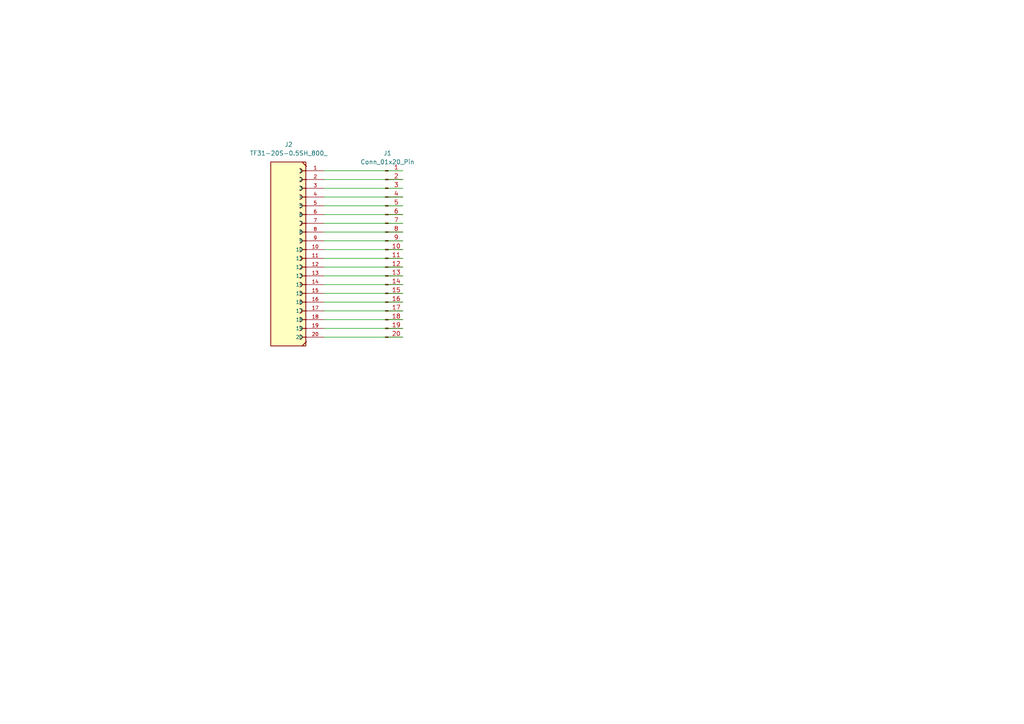
<source format=kicad_sch>
(kicad_sch
	(version 20250114)
	(generator "eeschema")
	(generator_version "9.0")
	(uuid "fc095cbb-4da7-428d-82ec-4fe5dee3964d")
	(paper "A4")
	(lib_symbols
		(symbol "Connector:Conn_01x20_Pin"
			(pin_names
				(offset 1.016)
				(hide yes)
			)
			(exclude_from_sim no)
			(in_bom yes)
			(on_board yes)
			(property "Reference" "J"
				(at 0 25.4 0)
				(effects
					(font
						(size 1.27 1.27)
					)
				)
			)
			(property "Value" "Conn_01x20_Pin"
				(at 0 -27.94 0)
				(effects
					(font
						(size 1.27 1.27)
					)
				)
			)
			(property "Footprint" ""
				(at 0 0 0)
				(effects
					(font
						(size 1.27 1.27)
					)
					(hide yes)
				)
			)
			(property "Datasheet" "~"
				(at 0 0 0)
				(effects
					(font
						(size 1.27 1.27)
					)
					(hide yes)
				)
			)
			(property "Description" "Generic connector, single row, 01x20, script generated"
				(at 0 0 0)
				(effects
					(font
						(size 1.27 1.27)
					)
					(hide yes)
				)
			)
			(property "ki_locked" ""
				(at 0 0 0)
				(effects
					(font
						(size 1.27 1.27)
					)
				)
			)
			(property "ki_keywords" "connector"
				(at 0 0 0)
				(effects
					(font
						(size 1.27 1.27)
					)
					(hide yes)
				)
			)
			(property "ki_fp_filters" "Connector*:*_1x??_*"
				(at 0 0 0)
				(effects
					(font
						(size 1.27 1.27)
					)
					(hide yes)
				)
			)
			(symbol "Conn_01x20_Pin_1_1"
				(rectangle
					(start 0.8636 22.987)
					(end 0 22.733)
					(stroke
						(width 0.1524)
						(type default)
					)
					(fill
						(type outline)
					)
				)
				(rectangle
					(start 0.8636 20.447)
					(end 0 20.193)
					(stroke
						(width 0.1524)
						(type default)
					)
					(fill
						(type outline)
					)
				)
				(rectangle
					(start 0.8636 17.907)
					(end 0 17.653)
					(stroke
						(width 0.1524)
						(type default)
					)
					(fill
						(type outline)
					)
				)
				(rectangle
					(start 0.8636 15.367)
					(end 0 15.113)
					(stroke
						(width 0.1524)
						(type default)
					)
					(fill
						(type outline)
					)
				)
				(rectangle
					(start 0.8636 12.827)
					(end 0 12.573)
					(stroke
						(width 0.1524)
						(type default)
					)
					(fill
						(type outline)
					)
				)
				(rectangle
					(start 0.8636 10.287)
					(end 0 10.033)
					(stroke
						(width 0.1524)
						(type default)
					)
					(fill
						(type outline)
					)
				)
				(rectangle
					(start 0.8636 7.747)
					(end 0 7.493)
					(stroke
						(width 0.1524)
						(type default)
					)
					(fill
						(type outline)
					)
				)
				(rectangle
					(start 0.8636 5.207)
					(end 0 4.953)
					(stroke
						(width 0.1524)
						(type default)
					)
					(fill
						(type outline)
					)
				)
				(rectangle
					(start 0.8636 2.667)
					(end 0 2.413)
					(stroke
						(width 0.1524)
						(type default)
					)
					(fill
						(type outline)
					)
				)
				(rectangle
					(start 0.8636 0.127)
					(end 0 -0.127)
					(stroke
						(width 0.1524)
						(type default)
					)
					(fill
						(type outline)
					)
				)
				(rectangle
					(start 0.8636 -2.413)
					(end 0 -2.667)
					(stroke
						(width 0.1524)
						(type default)
					)
					(fill
						(type outline)
					)
				)
				(rectangle
					(start 0.8636 -4.953)
					(end 0 -5.207)
					(stroke
						(width 0.1524)
						(type default)
					)
					(fill
						(type outline)
					)
				)
				(rectangle
					(start 0.8636 -7.493)
					(end 0 -7.747)
					(stroke
						(width 0.1524)
						(type default)
					)
					(fill
						(type outline)
					)
				)
				(rectangle
					(start 0.8636 -10.033)
					(end 0 -10.287)
					(stroke
						(width 0.1524)
						(type default)
					)
					(fill
						(type outline)
					)
				)
				(rectangle
					(start 0.8636 -12.573)
					(end 0 -12.827)
					(stroke
						(width 0.1524)
						(type default)
					)
					(fill
						(type outline)
					)
				)
				(rectangle
					(start 0.8636 -15.113)
					(end 0 -15.367)
					(stroke
						(width 0.1524)
						(type default)
					)
					(fill
						(type outline)
					)
				)
				(rectangle
					(start 0.8636 -17.653)
					(end 0 -17.907)
					(stroke
						(width 0.1524)
						(type default)
					)
					(fill
						(type outline)
					)
				)
				(rectangle
					(start 0.8636 -20.193)
					(end 0 -20.447)
					(stroke
						(width 0.1524)
						(type default)
					)
					(fill
						(type outline)
					)
				)
				(rectangle
					(start 0.8636 -22.733)
					(end 0 -22.987)
					(stroke
						(width 0.1524)
						(type default)
					)
					(fill
						(type outline)
					)
				)
				(rectangle
					(start 0.8636 -25.273)
					(end 0 -25.527)
					(stroke
						(width 0.1524)
						(type default)
					)
					(fill
						(type outline)
					)
				)
				(polyline
					(pts
						(xy 1.27 22.86) (xy 0.8636 22.86)
					)
					(stroke
						(width 0.1524)
						(type default)
					)
					(fill
						(type none)
					)
				)
				(polyline
					(pts
						(xy 1.27 20.32) (xy 0.8636 20.32)
					)
					(stroke
						(width 0.1524)
						(type default)
					)
					(fill
						(type none)
					)
				)
				(polyline
					(pts
						(xy 1.27 17.78) (xy 0.8636 17.78)
					)
					(stroke
						(width 0.1524)
						(type default)
					)
					(fill
						(type none)
					)
				)
				(polyline
					(pts
						(xy 1.27 15.24) (xy 0.8636 15.24)
					)
					(stroke
						(width 0.1524)
						(type default)
					)
					(fill
						(type none)
					)
				)
				(polyline
					(pts
						(xy 1.27 12.7) (xy 0.8636 12.7)
					)
					(stroke
						(width 0.1524)
						(type default)
					)
					(fill
						(type none)
					)
				)
				(polyline
					(pts
						(xy 1.27 10.16) (xy 0.8636 10.16)
					)
					(stroke
						(width 0.1524)
						(type default)
					)
					(fill
						(type none)
					)
				)
				(polyline
					(pts
						(xy 1.27 7.62) (xy 0.8636 7.62)
					)
					(stroke
						(width 0.1524)
						(type default)
					)
					(fill
						(type none)
					)
				)
				(polyline
					(pts
						(xy 1.27 5.08) (xy 0.8636 5.08)
					)
					(stroke
						(width 0.1524)
						(type default)
					)
					(fill
						(type none)
					)
				)
				(polyline
					(pts
						(xy 1.27 2.54) (xy 0.8636 2.54)
					)
					(stroke
						(width 0.1524)
						(type default)
					)
					(fill
						(type none)
					)
				)
				(polyline
					(pts
						(xy 1.27 0) (xy 0.8636 0)
					)
					(stroke
						(width 0.1524)
						(type default)
					)
					(fill
						(type none)
					)
				)
				(polyline
					(pts
						(xy 1.27 -2.54) (xy 0.8636 -2.54)
					)
					(stroke
						(width 0.1524)
						(type default)
					)
					(fill
						(type none)
					)
				)
				(polyline
					(pts
						(xy 1.27 -5.08) (xy 0.8636 -5.08)
					)
					(stroke
						(width 0.1524)
						(type default)
					)
					(fill
						(type none)
					)
				)
				(polyline
					(pts
						(xy 1.27 -7.62) (xy 0.8636 -7.62)
					)
					(stroke
						(width 0.1524)
						(type default)
					)
					(fill
						(type none)
					)
				)
				(polyline
					(pts
						(xy 1.27 -10.16) (xy 0.8636 -10.16)
					)
					(stroke
						(width 0.1524)
						(type default)
					)
					(fill
						(type none)
					)
				)
				(polyline
					(pts
						(xy 1.27 -12.7) (xy 0.8636 -12.7)
					)
					(stroke
						(width 0.1524)
						(type default)
					)
					(fill
						(type none)
					)
				)
				(polyline
					(pts
						(xy 1.27 -15.24) (xy 0.8636 -15.24)
					)
					(stroke
						(width 0.1524)
						(type default)
					)
					(fill
						(type none)
					)
				)
				(polyline
					(pts
						(xy 1.27 -17.78) (xy 0.8636 -17.78)
					)
					(stroke
						(width 0.1524)
						(type default)
					)
					(fill
						(type none)
					)
				)
				(polyline
					(pts
						(xy 1.27 -20.32) (xy 0.8636 -20.32)
					)
					(stroke
						(width 0.1524)
						(type default)
					)
					(fill
						(type none)
					)
				)
				(polyline
					(pts
						(xy 1.27 -22.86) (xy 0.8636 -22.86)
					)
					(stroke
						(width 0.1524)
						(type default)
					)
					(fill
						(type none)
					)
				)
				(polyline
					(pts
						(xy 1.27 -25.4) (xy 0.8636 -25.4)
					)
					(stroke
						(width 0.1524)
						(type default)
					)
					(fill
						(type none)
					)
				)
				(pin passive line
					(at 5.08 22.86 180)
					(length 3.81)
					(name "Pin_1"
						(effects
							(font
								(size 1.27 1.27)
							)
						)
					)
					(number "1"
						(effects
							(font
								(size 1.27 1.27)
							)
						)
					)
				)
				(pin passive line
					(at 5.08 20.32 180)
					(length 3.81)
					(name "Pin_2"
						(effects
							(font
								(size 1.27 1.27)
							)
						)
					)
					(number "2"
						(effects
							(font
								(size 1.27 1.27)
							)
						)
					)
				)
				(pin passive line
					(at 5.08 17.78 180)
					(length 3.81)
					(name "Pin_3"
						(effects
							(font
								(size 1.27 1.27)
							)
						)
					)
					(number "3"
						(effects
							(font
								(size 1.27 1.27)
							)
						)
					)
				)
				(pin passive line
					(at 5.08 15.24 180)
					(length 3.81)
					(name "Pin_4"
						(effects
							(font
								(size 1.27 1.27)
							)
						)
					)
					(number "4"
						(effects
							(font
								(size 1.27 1.27)
							)
						)
					)
				)
				(pin passive line
					(at 5.08 12.7 180)
					(length 3.81)
					(name "Pin_5"
						(effects
							(font
								(size 1.27 1.27)
							)
						)
					)
					(number "5"
						(effects
							(font
								(size 1.27 1.27)
							)
						)
					)
				)
				(pin passive line
					(at 5.08 10.16 180)
					(length 3.81)
					(name "Pin_6"
						(effects
							(font
								(size 1.27 1.27)
							)
						)
					)
					(number "6"
						(effects
							(font
								(size 1.27 1.27)
							)
						)
					)
				)
				(pin passive line
					(at 5.08 7.62 180)
					(length 3.81)
					(name "Pin_7"
						(effects
							(font
								(size 1.27 1.27)
							)
						)
					)
					(number "7"
						(effects
							(font
								(size 1.27 1.27)
							)
						)
					)
				)
				(pin passive line
					(at 5.08 5.08 180)
					(length 3.81)
					(name "Pin_8"
						(effects
							(font
								(size 1.27 1.27)
							)
						)
					)
					(number "8"
						(effects
							(font
								(size 1.27 1.27)
							)
						)
					)
				)
				(pin passive line
					(at 5.08 2.54 180)
					(length 3.81)
					(name "Pin_9"
						(effects
							(font
								(size 1.27 1.27)
							)
						)
					)
					(number "9"
						(effects
							(font
								(size 1.27 1.27)
							)
						)
					)
				)
				(pin passive line
					(at 5.08 0 180)
					(length 3.81)
					(name "Pin_10"
						(effects
							(font
								(size 1.27 1.27)
							)
						)
					)
					(number "10"
						(effects
							(font
								(size 1.27 1.27)
							)
						)
					)
				)
				(pin passive line
					(at 5.08 -2.54 180)
					(length 3.81)
					(name "Pin_11"
						(effects
							(font
								(size 1.27 1.27)
							)
						)
					)
					(number "11"
						(effects
							(font
								(size 1.27 1.27)
							)
						)
					)
				)
				(pin passive line
					(at 5.08 -5.08 180)
					(length 3.81)
					(name "Pin_12"
						(effects
							(font
								(size 1.27 1.27)
							)
						)
					)
					(number "12"
						(effects
							(font
								(size 1.27 1.27)
							)
						)
					)
				)
				(pin passive line
					(at 5.08 -7.62 180)
					(length 3.81)
					(name "Pin_13"
						(effects
							(font
								(size 1.27 1.27)
							)
						)
					)
					(number "13"
						(effects
							(font
								(size 1.27 1.27)
							)
						)
					)
				)
				(pin passive line
					(at 5.08 -10.16 180)
					(length 3.81)
					(name "Pin_14"
						(effects
							(font
								(size 1.27 1.27)
							)
						)
					)
					(number "14"
						(effects
							(font
								(size 1.27 1.27)
							)
						)
					)
				)
				(pin passive line
					(at 5.08 -12.7 180)
					(length 3.81)
					(name "Pin_15"
						(effects
							(font
								(size 1.27 1.27)
							)
						)
					)
					(number "15"
						(effects
							(font
								(size 1.27 1.27)
							)
						)
					)
				)
				(pin passive line
					(at 5.08 -15.24 180)
					(length 3.81)
					(name "Pin_16"
						(effects
							(font
								(size 1.27 1.27)
							)
						)
					)
					(number "16"
						(effects
							(font
								(size 1.27 1.27)
							)
						)
					)
				)
				(pin passive line
					(at 5.08 -17.78 180)
					(length 3.81)
					(name "Pin_17"
						(effects
							(font
								(size 1.27 1.27)
							)
						)
					)
					(number "17"
						(effects
							(font
								(size 1.27 1.27)
							)
						)
					)
				)
				(pin passive line
					(at 5.08 -20.32 180)
					(length 3.81)
					(name "Pin_18"
						(effects
							(font
								(size 1.27 1.27)
							)
						)
					)
					(number "18"
						(effects
							(font
								(size 1.27 1.27)
							)
						)
					)
				)
				(pin passive line
					(at 5.08 -22.86 180)
					(length 3.81)
					(name "Pin_19"
						(effects
							(font
								(size 1.27 1.27)
							)
						)
					)
					(number "19"
						(effects
							(font
								(size 1.27 1.27)
							)
						)
					)
				)
				(pin passive line
					(at 5.08 -25.4 180)
					(length 3.81)
					(name "Pin_20"
						(effects
							(font
								(size 1.27 1.27)
							)
						)
					)
					(number "20"
						(effects
							(font
								(size 1.27 1.27)
							)
						)
					)
				)
			)
			(embedded_fonts no)
		)
		(symbol "TF31-20S-0.5SH_800_:TF31-20S-0.5SH_800_"
			(pin_names
				(offset 1.016)
			)
			(exclude_from_sim no)
			(in_bom yes)
			(on_board yes)
			(property "Reference" "J"
				(at -5.58 27.94 0)
				(effects
					(font
						(size 1.27 1.27)
					)
					(justify left bottom)
				)
			)
			(property "Value" "TF31-20S-0.5SH_800_"
				(at -5.08 -27.94 0)
				(effects
					(font
						(size 1.27 1.27)
					)
					(justify left bottom)
				)
			)
			(property "Footprint" "TF31-20S-0.5SH_800_:HRS_TF31-20S-0.5SH_800_"
				(at 0 0 0)
				(effects
					(font
						(size 1.27 1.27)
					)
					(justify bottom)
					(hide yes)
				)
			)
			(property "Datasheet" ""
				(at 0 0 0)
				(effects
					(font
						(size 1.27 1.27)
					)
					(hide yes)
				)
			)
			(property "Description" ""
				(at 0 0 0)
				(effects
					(font
						(size 1.27 1.27)
					)
					(hide yes)
				)
			)
			(property "MANUFACTURER" "HRS"
				(at 0 0 0)
				(effects
					(font
						(size 1.27 1.27)
					)
					(justify bottom)
					(hide yes)
				)
			)
			(symbol "TF31-20S-0.5SH_800__0_0"
				(rectangle
					(start -5.2784 -25.4)
					(end 4.8816 27.94)
					(stroke
						(width 0.254)
						(type default)
					)
					(fill
						(type background)
					)
				)
				(arc
					(start 3.175 26.035)
					(mid 3.8072 25.4)
					(end 3.175 24.765)
					(stroke
						(width 0.254)
						(type default)
					)
					(fill
						(type none)
					)
				)
				(arc
					(start 3.175 23.495)
					(mid 3.8072 22.86)
					(end 3.175 22.225)
					(stroke
						(width 0.254)
						(type default)
					)
					(fill
						(type none)
					)
				)
				(arc
					(start 3.175 20.955)
					(mid 3.8072 20.32)
					(end 3.175 19.685)
					(stroke
						(width 0.254)
						(type default)
					)
					(fill
						(type none)
					)
				)
				(arc
					(start 3.175 18.415)
					(mid 3.8072 17.78)
					(end 3.175 17.145)
					(stroke
						(width 0.254)
						(type default)
					)
					(fill
						(type none)
					)
				)
				(arc
					(start 3.175 15.875)
					(mid 3.8072 15.24)
					(end 3.175 14.605)
					(stroke
						(width 0.254)
						(type default)
					)
					(fill
						(type none)
					)
				)
				(arc
					(start 3.175 13.335)
					(mid 3.8072 12.7)
					(end 3.175 12.065)
					(stroke
						(width 0.254)
						(type default)
					)
					(fill
						(type none)
					)
				)
				(arc
					(start 3.175 10.795)
					(mid 3.8072 10.16)
					(end 3.175 9.525)
					(stroke
						(width 0.254)
						(type default)
					)
					(fill
						(type none)
					)
				)
				(arc
					(start 3.175 8.255)
					(mid 3.8072 7.62)
					(end 3.175 6.985)
					(stroke
						(width 0.254)
						(type default)
					)
					(fill
						(type none)
					)
				)
				(arc
					(start 3.175 5.715)
					(mid 3.8072 5.08)
					(end 3.175 4.445)
					(stroke
						(width 0.254)
						(type default)
					)
					(fill
						(type none)
					)
				)
				(arc
					(start 3.175 3.175)
					(mid 3.8072 2.54)
					(end 3.175 1.905)
					(stroke
						(width 0.254)
						(type default)
					)
					(fill
						(type none)
					)
				)
				(arc
					(start 3.175 0.635)
					(mid 3.8072 0)
					(end 3.175 -0.635)
					(stroke
						(width 0.254)
						(type default)
					)
					(fill
						(type none)
					)
				)
				(arc
					(start 3.175 -1.905)
					(mid 3.8072 -2.54)
					(end 3.175 -3.175)
					(stroke
						(width 0.254)
						(type default)
					)
					(fill
						(type none)
					)
				)
				(arc
					(start 3.175 -4.445)
					(mid 3.8072 -5.08)
					(end 3.175 -5.715)
					(stroke
						(width 0.254)
						(type default)
					)
					(fill
						(type none)
					)
				)
				(arc
					(start 3.175 -6.985)
					(mid 3.8072 -7.62)
					(end 3.175 -8.255)
					(stroke
						(width 0.254)
						(type default)
					)
					(fill
						(type none)
					)
				)
				(arc
					(start 3.175 -9.525)
					(mid 3.8072 -10.16)
					(end 3.175 -10.795)
					(stroke
						(width 0.254)
						(type default)
					)
					(fill
						(type none)
					)
				)
				(arc
					(start 3.175 -12.065)
					(mid 3.8072 -12.7)
					(end 3.175 -13.335)
					(stroke
						(width 0.254)
						(type default)
					)
					(fill
						(type none)
					)
				)
				(arc
					(start 3.175 -14.605)
					(mid 3.8072 -15.24)
					(end 3.175 -15.875)
					(stroke
						(width 0.254)
						(type default)
					)
					(fill
						(type none)
					)
				)
				(arc
					(start 3.175 -17.145)
					(mid 3.8072 -17.78)
					(end 3.175 -18.415)
					(stroke
						(width 0.254)
						(type default)
					)
					(fill
						(type none)
					)
				)
				(arc
					(start 3.175 -19.685)
					(mid 3.8072 -20.32)
					(end 3.175 -20.955)
					(stroke
						(width 0.254)
						(type default)
					)
					(fill
						(type none)
					)
				)
				(arc
					(start 3.175 -22.225)
					(mid 3.8072 -22.86)
					(end 3.175 -23.495)
					(stroke
						(width 0.254)
						(type default)
					)
					(fill
						(type none)
					)
				)
				(polyline
					(pts
						(xy 3.81 27.94) (xy 5.08 26.67)
					)
					(stroke
						(width 0.254)
						(type default)
					)
					(fill
						(type none)
					)
				)
				(polyline
					(pts
						(xy 5.08 25.4) (xy 3.81 25.4)
					)
					(stroke
						(width 0.254)
						(type default)
					)
					(fill
						(type none)
					)
				)
				(polyline
					(pts
						(xy 5.08 22.86) (xy 3.81 22.86)
					)
					(stroke
						(width 0.254)
						(type default)
					)
					(fill
						(type none)
					)
				)
				(polyline
					(pts
						(xy 5.08 20.32) (xy 3.81 20.32)
					)
					(stroke
						(width 0.254)
						(type default)
					)
					(fill
						(type none)
					)
				)
				(polyline
					(pts
						(xy 5.08 17.78) (xy 3.81 17.78)
					)
					(stroke
						(width 0.254)
						(type default)
					)
					(fill
						(type none)
					)
				)
				(polyline
					(pts
						(xy 5.08 15.24) (xy 3.81 15.24)
					)
					(stroke
						(width 0.254)
						(type default)
					)
					(fill
						(type none)
					)
				)
				(polyline
					(pts
						(xy 5.08 12.7) (xy 3.81 12.7)
					)
					(stroke
						(width 0.254)
						(type default)
					)
					(fill
						(type none)
					)
				)
				(polyline
					(pts
						(xy 5.08 10.16) (xy 3.81 10.16)
					)
					(stroke
						(width 0.254)
						(type default)
					)
					(fill
						(type none)
					)
				)
				(polyline
					(pts
						(xy 5.08 7.62) (xy 3.81 7.62)
					)
					(stroke
						(width 0.254)
						(type default)
					)
					(fill
						(type none)
					)
				)
				(polyline
					(pts
						(xy 5.08 5.08) (xy 3.81 5.08)
					)
					(stroke
						(width 0.254)
						(type default)
					)
					(fill
						(type none)
					)
				)
				(polyline
					(pts
						(xy 5.08 2.54) (xy 3.81 2.54)
					)
					(stroke
						(width 0.254)
						(type default)
					)
					(fill
						(type none)
					)
				)
				(polyline
					(pts
						(xy 5.08 0) (xy 3.81 0)
					)
					(stroke
						(width 0.254)
						(type default)
					)
					(fill
						(type none)
					)
				)
				(polyline
					(pts
						(xy 5.08 -2.54) (xy 3.81 -2.54)
					)
					(stroke
						(width 0.254)
						(type default)
					)
					(fill
						(type none)
					)
				)
				(polyline
					(pts
						(xy 5.08 -5.08) (xy 3.81 -5.08)
					)
					(stroke
						(width 0.254)
						(type default)
					)
					(fill
						(type none)
					)
				)
				(polyline
					(pts
						(xy 5.08 -7.62) (xy 3.81 -7.62)
					)
					(stroke
						(width 0.254)
						(type default)
					)
					(fill
						(type none)
					)
				)
				(polyline
					(pts
						(xy 5.08 -10.16) (xy 3.81 -10.16)
					)
					(stroke
						(width 0.254)
						(type default)
					)
					(fill
						(type none)
					)
				)
				(polyline
					(pts
						(xy 5.08 -12.7) (xy 3.81 -12.7)
					)
					(stroke
						(width 0.254)
						(type default)
					)
					(fill
						(type none)
					)
				)
				(polyline
					(pts
						(xy 5.08 -15.24) (xy 3.81 -15.24)
					)
					(stroke
						(width 0.254)
						(type default)
					)
					(fill
						(type none)
					)
				)
				(polyline
					(pts
						(xy 5.08 -17.78) (xy 3.81 -17.78)
					)
					(stroke
						(width 0.254)
						(type default)
					)
					(fill
						(type none)
					)
				)
				(polyline
					(pts
						(xy 5.08 -20.32) (xy 3.81 -20.32)
					)
					(stroke
						(width 0.254)
						(type default)
					)
					(fill
						(type none)
					)
				)
				(polyline
					(pts
						(xy 5.08 -22.86) (xy 3.81 -22.86)
					)
					(stroke
						(width 0.254)
						(type default)
					)
					(fill
						(type none)
					)
				)
				(polyline
					(pts
						(xy 5.08 -24.13) (xy 3.81 -25.4)
					)
					(stroke
						(width 0.254)
						(type default)
					)
					(fill
						(type none)
					)
				)
				(pin passive line
					(at 10.16 25.4 180)
					(length 5.08)
					(name "1"
						(effects
							(font
								(size 1.016 1.016)
							)
						)
					)
					(number "1"
						(effects
							(font
								(size 1.016 1.016)
							)
						)
					)
				)
				(pin passive line
					(at 10.16 22.86 180)
					(length 5.08)
					(name "2"
						(effects
							(font
								(size 1.016 1.016)
							)
						)
					)
					(number "2"
						(effects
							(font
								(size 1.016 1.016)
							)
						)
					)
				)
				(pin passive line
					(at 10.16 20.32 180)
					(length 5.08)
					(name "3"
						(effects
							(font
								(size 1.016 1.016)
							)
						)
					)
					(number "3"
						(effects
							(font
								(size 1.016 1.016)
							)
						)
					)
				)
				(pin passive line
					(at 10.16 17.78 180)
					(length 5.08)
					(name "4"
						(effects
							(font
								(size 1.016 1.016)
							)
						)
					)
					(number "4"
						(effects
							(font
								(size 1.016 1.016)
							)
						)
					)
				)
				(pin passive line
					(at 10.16 15.24 180)
					(length 5.08)
					(name "5"
						(effects
							(font
								(size 1.016 1.016)
							)
						)
					)
					(number "5"
						(effects
							(font
								(size 1.016 1.016)
							)
						)
					)
				)
				(pin passive line
					(at 10.16 12.7 180)
					(length 5.08)
					(name "6"
						(effects
							(font
								(size 1.016 1.016)
							)
						)
					)
					(number "6"
						(effects
							(font
								(size 1.016 1.016)
							)
						)
					)
				)
				(pin passive line
					(at 10.16 10.16 180)
					(length 5.08)
					(name "7"
						(effects
							(font
								(size 1.016 1.016)
							)
						)
					)
					(number "7"
						(effects
							(font
								(size 1.016 1.016)
							)
						)
					)
				)
				(pin passive line
					(at 10.16 7.62 180)
					(length 5.08)
					(name "8"
						(effects
							(font
								(size 1.016 1.016)
							)
						)
					)
					(number "8"
						(effects
							(font
								(size 1.016 1.016)
							)
						)
					)
				)
				(pin passive line
					(at 10.16 5.08 180)
					(length 5.08)
					(name "9"
						(effects
							(font
								(size 1.016 1.016)
							)
						)
					)
					(number "9"
						(effects
							(font
								(size 1.016 1.016)
							)
						)
					)
				)
				(pin passive line
					(at 10.16 2.54 180)
					(length 5.08)
					(name "10"
						(effects
							(font
								(size 1.016 1.016)
							)
						)
					)
					(number "10"
						(effects
							(font
								(size 1.016 1.016)
							)
						)
					)
				)
				(pin passive line
					(at 10.16 0 180)
					(length 5.08)
					(name "11"
						(effects
							(font
								(size 1.016 1.016)
							)
						)
					)
					(number "11"
						(effects
							(font
								(size 1.016 1.016)
							)
						)
					)
				)
				(pin passive line
					(at 10.16 -2.54 180)
					(length 5.08)
					(name "12"
						(effects
							(font
								(size 1.016 1.016)
							)
						)
					)
					(number "12"
						(effects
							(font
								(size 1.016 1.016)
							)
						)
					)
				)
				(pin passive line
					(at 10.16 -5.08 180)
					(length 5.08)
					(name "13"
						(effects
							(font
								(size 1.016 1.016)
							)
						)
					)
					(number "13"
						(effects
							(font
								(size 1.016 1.016)
							)
						)
					)
				)
				(pin passive line
					(at 10.16 -7.62 180)
					(length 5.08)
					(name "14"
						(effects
							(font
								(size 1.016 1.016)
							)
						)
					)
					(number "14"
						(effects
							(font
								(size 1.016 1.016)
							)
						)
					)
				)
				(pin passive line
					(at 10.16 -10.16 180)
					(length 5.08)
					(name "15"
						(effects
							(font
								(size 1.016 1.016)
							)
						)
					)
					(number "15"
						(effects
							(font
								(size 1.016 1.016)
							)
						)
					)
				)
				(pin passive line
					(at 10.16 -12.7 180)
					(length 5.08)
					(name "16"
						(effects
							(font
								(size 1.016 1.016)
							)
						)
					)
					(number "16"
						(effects
							(font
								(size 1.016 1.016)
							)
						)
					)
				)
				(pin passive line
					(at 10.16 -15.24 180)
					(length 5.08)
					(name "17"
						(effects
							(font
								(size 1.016 1.016)
							)
						)
					)
					(number "17"
						(effects
							(font
								(size 1.016 1.016)
							)
						)
					)
				)
				(pin passive line
					(at 10.16 -17.78 180)
					(length 5.08)
					(name "18"
						(effects
							(font
								(size 1.016 1.016)
							)
						)
					)
					(number "18"
						(effects
							(font
								(size 1.016 1.016)
							)
						)
					)
				)
				(pin passive line
					(at 10.16 -20.32 180)
					(length 5.08)
					(name "19"
						(effects
							(font
								(size 1.016 1.016)
							)
						)
					)
					(number "19"
						(effects
							(font
								(size 1.016 1.016)
							)
						)
					)
				)
				(pin passive line
					(at 10.16 -22.86 180)
					(length 5.08)
					(name "20"
						(effects
							(font
								(size 1.016 1.016)
							)
						)
					)
					(number "20"
						(effects
							(font
								(size 1.016 1.016)
							)
						)
					)
				)
			)
			(embedded_fonts no)
		)
	)
	(wire
		(pts
			(xy 93.98 82.55) (xy 116.84 82.55)
		)
		(stroke
			(width 0)
			(type default)
		)
		(uuid "2b208cae-de2a-4803-aa79-135f369a86ff")
	)
	(wire
		(pts
			(xy 93.98 62.23) (xy 116.84 62.23)
		)
		(stroke
			(width 0)
			(type default)
		)
		(uuid "4877ee7b-2036-4dbc-bbc6-c81ae0d5757b")
	)
	(wire
		(pts
			(xy 93.98 67.31) (xy 116.84 67.31)
		)
		(stroke
			(width 0)
			(type default)
		)
		(uuid "53181314-0322-4361-98df-4fa23c180e1a")
	)
	(wire
		(pts
			(xy 93.98 74.93) (xy 116.84 74.93)
		)
		(stroke
			(width 0)
			(type default)
		)
		(uuid "64de569b-6896-47a4-b1ac-315a6f34aa8d")
	)
	(wire
		(pts
			(xy 93.98 80.01) (xy 116.84 80.01)
		)
		(stroke
			(width 0)
			(type default)
		)
		(uuid "653eddeb-a34a-4086-b4f9-0b540902a9d3")
	)
	(wire
		(pts
			(xy 93.98 85.09) (xy 116.84 85.09)
		)
		(stroke
			(width 0)
			(type default)
		)
		(uuid "6bcd6ec1-2f76-4d1a-b3f2-3f39210d7ef8")
	)
	(wire
		(pts
			(xy 93.98 57.15) (xy 116.84 57.15)
		)
		(stroke
			(width 0)
			(type default)
		)
		(uuid "708c81a6-207b-46a0-af46-3229a641ba61")
	)
	(wire
		(pts
			(xy 93.98 90.17) (xy 116.84 90.17)
		)
		(stroke
			(width 0)
			(type default)
		)
		(uuid "735a087e-dcc0-4c13-a0d1-eb542e905cba")
	)
	(wire
		(pts
			(xy 93.98 77.47) (xy 116.84 77.47)
		)
		(stroke
			(width 0)
			(type default)
		)
		(uuid "7f517043-436a-4085-a03e-c729e9bceceb")
	)
	(wire
		(pts
			(xy 93.98 52.07) (xy 116.84 52.07)
		)
		(stroke
			(width 0)
			(type default)
		)
		(uuid "82c6d57d-3d0c-4919-b20f-59f42beffdc7")
	)
	(wire
		(pts
			(xy 93.98 49.53) (xy 116.84 49.53)
		)
		(stroke
			(width 0)
			(type default)
		)
		(uuid "9e5413e3-08b9-4762-9e6b-5dea697d40aa")
	)
	(wire
		(pts
			(xy 93.98 87.63) (xy 116.84 87.63)
		)
		(stroke
			(width 0)
			(type default)
		)
		(uuid "9e8b1033-e511-4640-bb9a-f87d9cc4c15b")
	)
	(wire
		(pts
			(xy 93.98 59.69) (xy 116.84 59.69)
		)
		(stroke
			(width 0)
			(type default)
		)
		(uuid "ad2f3dd5-64cd-4280-90b9-dac00810f5c4")
	)
	(wire
		(pts
			(xy 93.98 54.61) (xy 116.84 54.61)
		)
		(stroke
			(width 0)
			(type default)
		)
		(uuid "b6b465ee-549a-4f71-9230-15edac3b260a")
	)
	(wire
		(pts
			(xy 93.98 64.77) (xy 116.84 64.77)
		)
		(stroke
			(width 0)
			(type default)
		)
		(uuid "d6162038-7da3-43d6-9197-c6f55bc3f258")
	)
	(wire
		(pts
			(xy 93.98 69.85) (xy 116.84 69.85)
		)
		(stroke
			(width 0)
			(type default)
		)
		(uuid "d6ce1fbd-cef4-4358-bc39-8daaa1819890")
	)
	(wire
		(pts
			(xy 93.98 72.39) (xy 116.84 72.39)
		)
		(stroke
			(width 0)
			(type default)
		)
		(uuid "e2b60c6a-a51a-4b5f-9956-8c5c57c0ef50")
	)
	(wire
		(pts
			(xy 93.98 92.71) (xy 116.84 92.71)
		)
		(stroke
			(width 0)
			(type default)
		)
		(uuid "eaeadce9-65a5-4239-87d5-c189050241a1")
	)
	(wire
		(pts
			(xy 93.98 97.79) (xy 116.84 97.79)
		)
		(stroke
			(width 0)
			(type default)
		)
		(uuid "eb9ce7ac-aef8-4493-921a-4832ce2eb4ab")
	)
	(wire
		(pts
			(xy 93.98 95.25) (xy 116.84 95.25)
		)
		(stroke
			(width 0)
			(type default)
		)
		(uuid "edc08716-5894-407d-99c5-73c149cdf470")
	)
	(symbol
		(lib_id "Connector:Conn_01x20_Pin")
		(at 111.76 72.39 0)
		(unit 1)
		(exclude_from_sim no)
		(in_bom yes)
		(on_board yes)
		(dnp no)
		(fields_autoplaced yes)
		(uuid "24a43aa4-23bd-4713-b5b8-ac269746e9b2")
		(property "Reference" "J1"
			(at 112.395 44.45 0)
			(effects
				(font
					(size 1.27 1.27)
				)
			)
		)
		(property "Value" "Conn_01x20_Pin"
			(at 112.395 46.99 0)
			(effects
				(font
					(size 1.27 1.27)
				)
			)
		)
		(property "Footprint" "Custom_pads:Pads 1x20"
			(at 111.76 72.39 0)
			(effects
				(font
					(size 1.27 1.27)
				)
				(hide yes)
			)
		)
		(property "Datasheet" "~"
			(at 111.76 72.39 0)
			(effects
				(font
					(size 1.27 1.27)
				)
				(hide yes)
			)
		)
		(property "Description" "Generic connector, single row, 01x20, script generated"
			(at 111.76 72.39 0)
			(effects
				(font
					(size 1.27 1.27)
				)
				(hide yes)
			)
		)
		(pin "3"
			(uuid "64c976d6-3534-48c5-8836-7b99e2814cbf")
		)
		(pin "6"
			(uuid "06c985d5-2826-4181-bcde-306c3caf0859")
		)
		(pin "16"
			(uuid "ff2b01ab-d116-4bbd-8783-f89828924ade")
		)
		(pin "5"
			(uuid "6c7becc0-6fcf-4fbc-a721-2c4d4db789fe")
		)
		(pin "20"
			(uuid "dd0ac59d-9ca3-4038-a3fc-a9958308783d")
		)
		(pin "4"
			(uuid "9535d33a-660f-4b0d-8f8e-8b940cc9c973")
		)
		(pin "10"
			(uuid "5c9cecb2-b67f-460f-a227-5a0a915abd69")
		)
		(pin "12"
			(uuid "adef44cf-5038-48a1-868f-e354dfdd8161")
		)
		(pin "9"
			(uuid "0833eef6-a355-4c85-a02c-ce441008f81d")
		)
		(pin "19"
			(uuid "66507e9f-ef4a-4625-814c-b8e0b58177ba")
		)
		(pin "14"
			(uuid "0c700571-5be0-4f3a-a65d-ec3e999de516")
		)
		(pin "13"
			(uuid "cd872b34-8ab5-4db5-b68a-3f68a6713a9c")
		)
		(pin "15"
			(uuid "e376a661-10c6-4372-8f14-83ddddc1787a")
		)
		(pin "1"
			(uuid "972023b2-9873-46fc-b57d-7bda17e2098f")
		)
		(pin "2"
			(uuid "6e1dc1ef-eb8c-4394-9e32-9aca6fd1e330")
		)
		(pin "11"
			(uuid "c514c4d5-e042-4a56-800f-ee9108c921be")
		)
		(pin "7"
			(uuid "1f305bb3-e844-4aa3-96ba-3ed8b16d6d62")
		)
		(pin "17"
			(uuid "a7835cad-9c06-45c4-aefb-58cc2a38951c")
		)
		(pin "8"
			(uuid "a6c218a0-e0fb-4df6-932c-a5d2ed924103")
		)
		(pin "18"
			(uuid "11f623e8-1d21-4934-bd94-4493bf3a77f2")
		)
		(instances
			(project ""
				(path "/fc095cbb-4da7-428d-82ec-4fe5dee3964d"
					(reference "J1")
					(unit 1)
				)
			)
		)
	)
	(symbol
		(lib_id "TF31-20S-0.5SH_800_:TF31-20S-0.5SH_800_")
		(at 83.82 74.93 0)
		(unit 1)
		(exclude_from_sim no)
		(in_bom yes)
		(on_board yes)
		(dnp no)
		(fields_autoplaced yes)
		(uuid "ff929a35-5912-44ec-b66f-bf3c9b8a7e48")
		(property "Reference" "J2"
			(at 83.7208 41.91 0)
			(effects
				(font
					(size 1.27 1.27)
				)
			)
		)
		(property "Value" "TF31-20S-0.5SH_800_"
			(at 83.7208 44.45 0)
			(effects
				(font
					(size 1.27 1.27)
				)
			)
		)
		(property "Footprint" "Custom_pads:HRS_TF31-20S-0.5SH_800_"
			(at 83.82 74.93 0)
			(effects
				(font
					(size 1.27 1.27)
				)
				(justify bottom)
				(hide yes)
			)
		)
		(property "Datasheet" ""
			(at 83.82 74.93 0)
			(effects
				(font
					(size 1.27 1.27)
				)
				(hide yes)
			)
		)
		(property "Description" ""
			(at 83.82 74.93 0)
			(effects
				(font
					(size 1.27 1.27)
				)
				(hide yes)
			)
		)
		(property "MANUFACTURER" "HRS"
			(at 83.82 74.93 0)
			(effects
				(font
					(size 1.27 1.27)
				)
				(justify bottom)
				(hide yes)
			)
		)
		(pin "17"
			(uuid "242502b1-4334-407e-8b90-ad13baa64e47")
		)
		(pin "20"
			(uuid "27d6e290-c743-45d0-a8da-230ed71bcaa4")
		)
		(pin "14"
			(uuid "4a0eb8b9-c225-4dee-b4e4-ce7b5410658a")
		)
		(pin "12"
			(uuid "04cbb8cc-8e51-4588-b3c3-256142738ead")
		)
		(pin "4"
			(uuid "cb8f1f85-deaf-4929-83bb-cf897f60625a")
		)
		(pin "10"
			(uuid "2019dba8-65b2-4582-96c7-a8b69f37d090")
		)
		(pin "8"
			(uuid "281a3b54-9c9f-468a-8f8d-cc84fc579581")
		)
		(pin "1"
			(uuid "e5346851-4432-4608-92e9-ce46005b920b")
		)
		(pin "15"
			(uuid "ada55632-b14e-41e5-a8a5-eb45936d9dcc")
		)
		(pin "6"
			(uuid "f17e3804-a809-4aec-b726-24833a621d9f")
		)
		(pin "16"
			(uuid "fff1c1a7-c93c-4b68-94ad-b5f4ab0cc12f")
		)
		(pin "2"
			(uuid "f1933025-99b7-4b96-af5e-b40324fd1c80")
		)
		(pin "18"
			(uuid "064e1560-f975-469a-b395-84a1483e4e01")
		)
		(pin "3"
			(uuid "5d5e928f-af78-4f0b-9fcd-c898e17bd289")
		)
		(pin "7"
			(uuid "6fffefb4-aee1-4799-9c38-7817f77fe9ed")
		)
		(pin "13"
			(uuid "2fa8457d-3245-4a98-bc15-e4e1cd515378")
		)
		(pin "5"
			(uuid "e2c847b5-16bc-4c2b-aee1-a2d0001f60f2")
		)
		(pin "9"
			(uuid "fc2c6262-b1d9-4d38-8433-48051354b8a0")
		)
		(pin "11"
			(uuid "a1ef294e-0262-452f-a9c5-ef21028388a3")
		)
		(pin "19"
			(uuid "4c1e6432-0dda-4122-9bb9-a280a11d5269")
		)
		(instances
			(project ""
				(path "/fc095cbb-4da7-428d-82ec-4fe5dee3964d"
					(reference "J2")
					(unit 1)
				)
			)
		)
	)
	(sheet_instances
		(path "/"
			(page "1")
		)
	)
	(embedded_fonts no)
)

</source>
